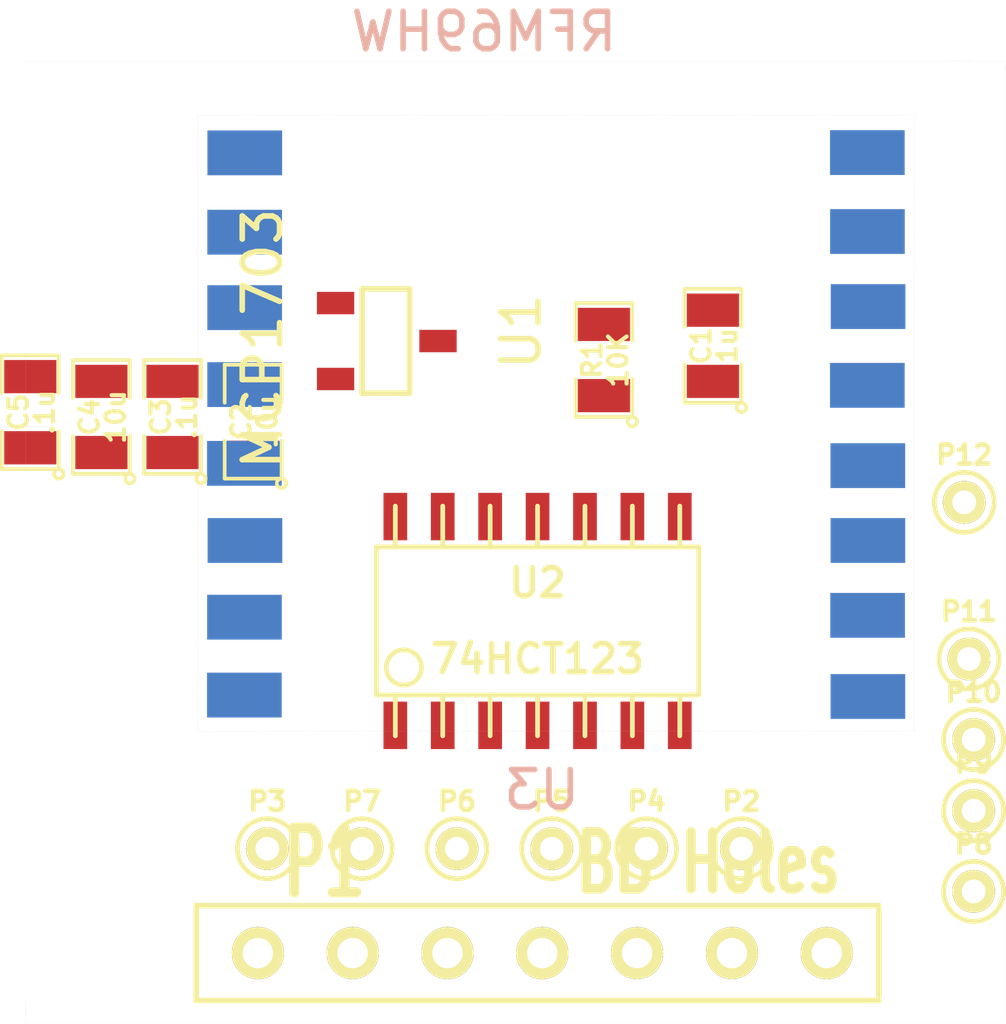
<source format=kicad_pcb>
(kicad_pcb (version 3) (host pcbnew "(2013-07-07 BZR 4022)-stable")

  (general
    (links 43)
    (no_connects 43)
    (area 80.01 138.684 106.426 164.592)
    (thickness 1.6)
    (drawings 10)
    (tracks 0)
    (zones 0)
    (modules 21)
    (nets 14)
  )

  (page USLetter)
  (title_block 
    (title "rfm69HW Breakout Board")
    (rev A)
  )

  (layers
    (15 F.Cu signal)
    (0 B.Cu signal)
    (16 B.Adhes user)
    (17 F.Adhes user)
    (18 B.Paste user)
    (19 F.Paste user)
    (20 B.SilkS user)
    (21 F.SilkS user)
    (22 B.Mask user)
    (23 F.Mask user)
    (24 Dwgs.User user)
    (25 Cmts.User user)
    (26 Eco1.User user)
    (27 Eco2.User user)
    (28 Edge.Cuts user)
  )

  (setup
    (last_trace_width 0.254)
    (trace_clearance 0.254)
    (zone_clearance 0.508)
    (zone_45_only no)
    (trace_min 0.254)
    (segment_width 0.2)
    (edge_width 0.0025)
    (via_size 0.889)
    (via_drill 0.635)
    (via_min_size 0.889)
    (via_min_drill 0.508)
    (uvia_size 0.508)
    (uvia_drill 0.127)
    (uvias_allowed no)
    (uvia_min_size 0.508)
    (uvia_min_drill 0.127)
    (pcb_text_width 0.3)
    (pcb_text_size 1.5 1.5)
    (mod_edge_width 0.0025)
    (mod_text_size 1 1)
    (mod_text_width 0.15)
    (pad_size 0.45 0.45)
    (pad_drill 0.2)
    (pad_to_mask_clearance 0)
    (aux_axis_origin 0 0)
    (visible_elements 7FFFFFFF)
    (pcbplotparams
      (layerselection 536838145)
      (usegerberextensions false)
      (excludeedgelayer true)
      (linewidth 0.150000)
      (plotframeref false)
      (viasonmask false)
      (mode 1)
      (useauxorigin false)
      (hpglpennumber 1)
      (hpglpenspeed 20)
      (hpglpendiameter 15)
      (hpglpenoverlay 2)
      (psnegative false)
      (psa4output false)
      (plotreference true)
      (plotvalue true)
      (plotothertext true)
      (plotinvisibletext false)
      (padsonsilk false)
      (subtractmaskfromsilk false)
      (outputformat 2)
      (mirror false)
      (drillshape 2)
      (scaleselection 1)
      (outputdirectory ../))
  )

  (net 0 "")
  (net 1 +3.3V)
  (net 2 +5V)
  (net 3 /ANA)
  (net 4 /CLK_3V3)
  (net 5 /CLK_5V)
  (net 6 /CS_3V3)
  (net 7 /CS_5V)
  (net 8 /INT)
  (net 9 /MISO)
  (net 10 /MISO_3V3)
  (net 11 /MOSI_3V3)
  (net 12 /MOSI_5V)
  (net 13 GND)

  (net_class Default "This is the default net class."
    (clearance 0.254)
    (trace_width 0.254)
    (via_dia 0.889)
    (via_drill 0.635)
    (uvia_dia 0.508)
    (uvia_drill 0.127)
    (add_net "")
    (add_net +3.3V)
    (add_net +5V)
    (add_net /ANA)
    (add_net /CLK_3V3)
    (add_net /CLK_5V)
    (add_net /CS_3V3)
    (add_net /CS_5V)
    (add_net /INT)
    (add_net /MISO)
    (add_net /MISO_3V3)
    (add_net /MOSI_3V3)
    (add_net /MOSI_5V)
    (add_net GND)
  )

  (module SOT-23A   placed (layer F.Cu) (tedit 530737A4) (tstamp 531A6477)
    (at 89.281 145.034 270)
    (path /5305AF64)
    (fp_text reference U1 (at 1.143 -4.2545 270) (layer F.SilkS)
      (effects (font (size 1 1) (thickness 0.15)))
    )
    (fp_text value MCP1703 (at 1.3335 2.667 270) (layer F.SilkS)
      (effects (font (size 1 1) (thickness 0.15)))
    )
    (fp_line (start 0 0) (end 2.794 0) (layer F.SilkS) (width 0.15))
    (fp_line (start 2.794 0) (end 2.794 -1.27) (layer F.SilkS) (width 0.15))
    (fp_line (start 2.794 -1.27) (end 0 -1.27) (layer F.SilkS) (width 0.15))
    (fp_line (start 0 -1.27) (end 0 0) (layer F.SilkS) (width 0.15))
    (pad 1 smd rect (at 0.381 0.7112 270) (size 0.6 1)
      (layers F.Cu F.Paste F.Mask)
      (net 13 GND)
    )
    (pad 2 smd rect (at 2.413 0.7112 270) (size 0.6 1)
      (layers F.Cu F.Paste F.Mask)
      (net 1 +3.3V)
    )
    (pad 3 smd rect (at 1.397 -2.032 270) (size 0.6 1)
      (layers F.Cu F.Paste F.Mask)
      (net 2 +5V)
    )
  )

  (module so-14   placed (layer F.Cu) (tedit 48A6BF8F) (tstamp 531A649C)
    (at 93.98 153.924)
    (descr SO-14)
    (path /5319DF28)
    (attr smd)
    (fp_text reference U2 (at 0 -1.016) (layer F.SilkS)
      (effects (font (size 0.7493 0.7493) (thickness 0.14986)))
    )
    (fp_text value 74HCT123 (at 0 1.016) (layer F.SilkS)
      (effects (font (size 0.7493 0.7493) (thickness 0.14986)))
    )
    (fp_line (start -4.318 -1.9812) (end -4.318 1.9812) (layer F.SilkS) (width 0.127))
    (fp_line (start -4.318 1.9812) (end 4.318 1.9812) (layer F.SilkS) (width 0.127))
    (fp_line (start 4.318 1.9812) (end 4.318 -1.9812) (layer F.SilkS) (width 0.127))
    (fp_line (start 4.318 -1.9812) (end -4.318 -1.9812) (layer F.SilkS) (width 0.127))
    (fp_line (start -2.54 -1.9812) (end -2.54 -3.0734) (layer F.SilkS) (width 0.127))
    (fp_line (start -1.27 -1.9812) (end -1.27 -3.0734) (layer F.SilkS) (width 0.127))
    (fp_line (start 0 -1.9812) (end 0 -3.0734) (layer F.SilkS) (width 0.127))
    (fp_line (start -3.81 -1.9812) (end -3.81 -3.0734) (layer F.SilkS) (width 0.127))
    (fp_line (start 1.27 -3.0734) (end 1.27 -1.9812) (layer F.SilkS) (width 0.127))
    (fp_line (start 2.54 -3.0734) (end 2.54 -1.9812) (layer F.SilkS) (width 0.127))
    (fp_line (start 3.81 -3.0734) (end 3.81 -1.9812) (layer F.SilkS) (width 0.127))
    (fp_line (start 3.81 1.9812) (end 3.81 3.0734) (layer F.SilkS) (width 0.127))
    (fp_line (start 2.54 1.9812) (end 2.54 3.0734) (layer F.SilkS) (width 0.127))
    (fp_line (start -3.81 1.9812) (end -3.81 3.0734) (layer F.SilkS) (width 0.127))
    (fp_line (start -2.54 3.0734) (end -2.54 1.9812) (layer F.SilkS) (width 0.127))
    (fp_line (start 1.27 3.0734) (end 1.27 1.9812) (layer F.SilkS) (width 0.127))
    (fp_line (start 0 3.0734) (end 0 1.9812) (layer F.SilkS) (width 0.127))
    (fp_line (start -1.27 3.0734) (end -1.27 1.9812) (layer F.SilkS) (width 0.127))
    (fp_circle (center -3.5814 1.2446) (end -3.8608 1.6256) (layer F.SilkS) (width 0.127))
    (pad 1 smd rect (at -3.81 2.794) (size 0.635 1.27)
      (layers F.Cu F.Paste F.Mask)
      (net 6 /CS_3V3)
    )
    (pad 2 smd rect (at -2.54 2.794) (size 0.635 1.27)
      (layers F.Cu F.Paste F.Mask)
      (net 9 /MISO)
    )
    (pad 3 smd rect (at -1.27 2.794) (size 0.635 1.27)
      (layers F.Cu F.Paste F.Mask)
      (net 10 /MISO_3V3)
    )
    (pad 4 smd rect (at 0 2.794) (size 0.635 1.27)
      (layers F.Cu F.Paste F.Mask)
      (net 7 /CS_5V)
    )
    (pad 5 smd rect (at 1.27 2.794) (size 0.635 1.27)
      (layers F.Cu F.Paste F.Mask)
      (net 12 /MOSI_5V)
    )
    (pad 6 smd rect (at 2.54 2.794) (size 0.635 1.27)
      (layers F.Cu F.Paste F.Mask)
      (net 11 /MOSI_3V3)
    )
    (pad 7 smd rect (at 3.81 2.794) (size 0.635 1.27)
      (layers F.Cu F.Paste F.Mask)
      (net 13 GND)
    )
    (pad 8 smd rect (at 3.81 -2.794) (size 0.635 1.27)
      (layers F.Cu F.Paste F.Mask)
      (net 6 /CS_3V3)
    )
    (pad 9 smd rect (at 2.54 -2.794) (size 0.635 1.27)
      (layers F.Cu F.Paste F.Mask)
      (net 7 /CS_5V)
    )
    (pad 10 smd rect (at 1.27 -2.794) (size 0.635 1.27)
      (layers F.Cu F.Paste F.Mask)
      (net 7 /CS_5V)
    )
    (pad 11 smd rect (at 0 -2.794) (size 0.635 1.27)
      (layers F.Cu F.Paste F.Mask)
      (net 4 /CLK_3V3)
    )
    (pad 12 smd rect (at -1.27 -2.794) (size 0.635 1.27)
      (layers F.Cu F.Paste F.Mask)
      (net 5 /CLK_5V)
    )
    (pad 13 smd rect (at -2.54 -2.794) (size 0.635 1.27)
      (layers F.Cu F.Paste F.Mask)
      (net 7 /CS_5V)
    )
    (pad 14 smd rect (at -3.81 -2.794) (size 0.635 1.27)
      (layers F.Cu F.Paste F.Mask)
      (net 1 +3.3V)
    )
    (model smd/smd_dil/so-14.wrl
      (at (xyz 0 0 0))
      (scale (xyz 1 1 1))
      (rotate (xyz 0 0 0))
    )
  )

  (module SM0805   placed (layer F.Cu) (tedit 5091495C) (tstamp 531A64A9)
    (at 98.679 146.558 90)
    (path /5305B226)
    (attr smd)
    (fp_text reference C1 (at 0 -0.3175 90) (layer F.SilkS)
      (effects (font (size 0.50038 0.50038) (thickness 0.10922)))
    )
    (fp_text value 1u (at 0 0.381 90) (layer F.SilkS)
      (effects (font (size 0.50038 0.50038) (thickness 0.10922)))
    )
    (fp_circle (center -1.651 0.762) (end -1.651 0.635) (layer F.SilkS) (width 0.09906))
    (fp_line (start -0.508 0.762) (end -1.524 0.762) (layer F.SilkS) (width 0.09906))
    (fp_line (start -1.524 0.762) (end -1.524 -0.762) (layer F.SilkS) (width 0.09906))
    (fp_line (start -1.524 -0.762) (end -0.508 -0.762) (layer F.SilkS) (width 0.09906))
    (fp_line (start 0.508 -0.762) (end 1.524 -0.762) (layer F.SilkS) (width 0.09906))
    (fp_line (start 1.524 -0.762) (end 1.524 0.762) (layer F.SilkS) (width 0.09906))
    (fp_line (start 1.524 0.762) (end 0.508 0.762) (layer F.SilkS) (width 0.09906))
    (pad 1 smd rect (at -0.9525 0 90) (size 0.889 1.397)
      (layers F.Cu F.Paste F.Mask)
      (net 2 +5V)
    )
    (pad 2 smd rect (at 0.9525 0 90) (size 0.889 1.397)
      (layers F.Cu F.Paste F.Mask)
      (net 13 GND)
    )
    (model smd/chip_cms.wrl
      (at (xyz 0 0 0))
      (scale (xyz 0.1 0.1 0.1))
      (rotate (xyz 0 0 0))
    )
  )

  (module SM0805   placed (layer F.Cu) (tedit 5091495C) (tstamp 531A64B6)
    (at 84.201 148.463 90)
    (path /5305B2B5)
    (attr smd)
    (fp_text reference C3 (at 0 -0.3175 90) (layer F.SilkS)
      (effects (font (size 0.50038 0.50038) (thickness 0.10922)))
    )
    (fp_text value .1u (at 0 0.381 90) (layer F.SilkS)
      (effects (font (size 0.50038 0.50038) (thickness 0.10922)))
    )
    (fp_circle (center -1.651 0.762) (end -1.651 0.635) (layer F.SilkS) (width 0.09906))
    (fp_line (start -0.508 0.762) (end -1.524 0.762) (layer F.SilkS) (width 0.09906))
    (fp_line (start -1.524 0.762) (end -1.524 -0.762) (layer F.SilkS) (width 0.09906))
    (fp_line (start -1.524 -0.762) (end -0.508 -0.762) (layer F.SilkS) (width 0.09906))
    (fp_line (start 0.508 -0.762) (end 1.524 -0.762) (layer F.SilkS) (width 0.09906))
    (fp_line (start 1.524 -0.762) (end 1.524 0.762) (layer F.SilkS) (width 0.09906))
    (fp_line (start 1.524 0.762) (end 0.508 0.762) (layer F.SilkS) (width 0.09906))
    (pad 1 smd rect (at -0.9525 0 90) (size 0.889 1.397)
      (layers F.Cu F.Paste F.Mask)
      (net 1 +3.3V)
    )
    (pad 2 smd rect (at 0.9525 0 90) (size 0.889 1.397)
      (layers F.Cu F.Paste F.Mask)
      (net 13 GND)
    )
    (model smd/chip_cms.wrl
      (at (xyz 0 0 0))
      (scale (xyz 0.1 0.1 0.1))
      (rotate (xyz 0 0 0))
    )
  )

  (module SM0805   placed (layer F.Cu) (tedit 5091495C) (tstamp 531A64C3)
    (at 95.758 146.939 90)
    (path /530DCC1C)
    (attr smd)
    (fp_text reference R1 (at 0 -0.3175 90) (layer F.SilkS)
      (effects (font (size 0.50038 0.50038) (thickness 0.10922)))
    )
    (fp_text value 10K (at 0 0.381 90) (layer F.SilkS)
      (effects (font (size 0.50038 0.50038) (thickness 0.10922)))
    )
    (fp_circle (center -1.651 0.762) (end -1.651 0.635) (layer F.SilkS) (width 0.09906))
    (fp_line (start -0.508 0.762) (end -1.524 0.762) (layer F.SilkS) (width 0.09906))
    (fp_line (start -1.524 0.762) (end -1.524 -0.762) (layer F.SilkS) (width 0.09906))
    (fp_line (start -1.524 -0.762) (end -0.508 -0.762) (layer F.SilkS) (width 0.09906))
    (fp_line (start 0.508 -0.762) (end 1.524 -0.762) (layer F.SilkS) (width 0.09906))
    (fp_line (start 1.524 -0.762) (end 1.524 0.762) (layer F.SilkS) (width 0.09906))
    (fp_line (start 1.524 0.762) (end 0.508 0.762) (layer F.SilkS) (width 0.09906))
    (pad 1 smd rect (at -0.9525 0 90) (size 0.889 1.397)
      (layers F.Cu F.Paste F.Mask)
      (net 7 /CS_5V)
    )
    (pad 2 smd rect (at 0.9525 0 90) (size 0.889 1.397)
      (layers F.Cu F.Paste F.Mask)
      (net 2 +5V)
    )
    (model smd/chip_cms.wrl
      (at (xyz 0 0 0))
      (scale (xyz 0.1 0.1 0.1))
      (rotate (xyz 0 0 0))
    )
  )

  (module SM0805   placed (layer F.Cu) (tedit 5091495C) (tstamp 531A64D0)
    (at 80.391 148.336 90)
    (path /530DFF22)
    (attr smd)
    (fp_text reference C5 (at 0 -0.3175 90) (layer F.SilkS)
      (effects (font (size 0.50038 0.50038) (thickness 0.10922)))
    )
    (fp_text value .1u (at 0 0.381 90) (layer F.SilkS)
      (effects (font (size 0.50038 0.50038) (thickness 0.10922)))
    )
    (fp_circle (center -1.651 0.762) (end -1.651 0.635) (layer F.SilkS) (width 0.09906))
    (fp_line (start -0.508 0.762) (end -1.524 0.762) (layer F.SilkS) (width 0.09906))
    (fp_line (start -1.524 0.762) (end -1.524 -0.762) (layer F.SilkS) (width 0.09906))
    (fp_line (start -1.524 -0.762) (end -0.508 -0.762) (layer F.SilkS) (width 0.09906))
    (fp_line (start 0.508 -0.762) (end 1.524 -0.762) (layer F.SilkS) (width 0.09906))
    (fp_line (start 1.524 -0.762) (end 1.524 0.762) (layer F.SilkS) (width 0.09906))
    (fp_line (start 1.524 0.762) (end 0.508 0.762) (layer F.SilkS) (width 0.09906))
    (pad 1 smd rect (at -0.9525 0 90) (size 0.889 1.397)
      (layers F.Cu F.Paste F.Mask)
      (net 1 +3.3V)
    )
    (pad 2 smd rect (at 0.9525 0 90) (size 0.889 1.397)
      (layers F.Cu F.Paste F.Mask)
      (net 13 GND)
    )
    (model smd/chip_cms.wrl
      (at (xyz 0 0 0))
      (scale (xyz 0.1 0.1 0.1))
      (rotate (xyz 0 0 0))
    )
  )

  (module SM0805   placed (layer F.Cu) (tedit 5091495C) (tstamp 531A64DD)
    (at 82.296 148.463 90)
    (path /5315070F)
    (attr smd)
    (fp_text reference C4 (at 0 -0.3175 90) (layer F.SilkS)
      (effects (font (size 0.50038 0.50038) (thickness 0.10922)))
    )
    (fp_text value 10u (at 0 0.381 90) (layer F.SilkS)
      (effects (font (size 0.50038 0.50038) (thickness 0.10922)))
    )
    (fp_circle (center -1.651 0.762) (end -1.651 0.635) (layer F.SilkS) (width 0.09906))
    (fp_line (start -0.508 0.762) (end -1.524 0.762) (layer F.SilkS) (width 0.09906))
    (fp_line (start -1.524 0.762) (end -1.524 -0.762) (layer F.SilkS) (width 0.09906))
    (fp_line (start -1.524 -0.762) (end -0.508 -0.762) (layer F.SilkS) (width 0.09906))
    (fp_line (start 0.508 -0.762) (end 1.524 -0.762) (layer F.SilkS) (width 0.09906))
    (fp_line (start 1.524 -0.762) (end 1.524 0.762) (layer F.SilkS) (width 0.09906))
    (fp_line (start 1.524 0.762) (end 0.508 0.762) (layer F.SilkS) (width 0.09906))
    (pad 1 smd rect (at -0.9525 0 90) (size 0.889 1.397)
      (layers F.Cu F.Paste F.Mask)
      (net 1 +3.3V)
    )
    (pad 2 smd rect (at 0.9525 0 90) (size 0.889 1.397)
      (layers F.Cu F.Paste F.Mask)
      (net 13 GND)
    )
    (model smd/chip_cms.wrl
      (at (xyz 0 0 0))
      (scale (xyz 0.1 0.1 0.1))
      (rotate (xyz 0 0 0))
    )
  )

  (module SM0805   placed (layer F.Cu) (tedit 5091495C) (tstamp 531A64EA)
    (at 86.36 148.59 90)
    (path /531506ED)
    (attr smd)
    (fp_text reference C2 (at 0 -0.3175 90) (layer F.SilkS)
      (effects (font (size 0.50038 0.50038) (thickness 0.10922)))
    )
    (fp_text value 10u (at 0 0.381 90) (layer F.SilkS)
      (effects (font (size 0.50038 0.50038) (thickness 0.10922)))
    )
    (fp_circle (center -1.651 0.762) (end -1.651 0.635) (layer F.SilkS) (width 0.09906))
    (fp_line (start -0.508 0.762) (end -1.524 0.762) (layer F.SilkS) (width 0.09906))
    (fp_line (start -1.524 0.762) (end -1.524 -0.762) (layer F.SilkS) (width 0.09906))
    (fp_line (start -1.524 -0.762) (end -0.508 -0.762) (layer F.SilkS) (width 0.09906))
    (fp_line (start 0.508 -0.762) (end 1.524 -0.762) (layer F.SilkS) (width 0.09906))
    (fp_line (start 1.524 -0.762) (end 1.524 0.762) (layer F.SilkS) (width 0.09906))
    (fp_line (start 1.524 0.762) (end 0.508 0.762) (layer F.SilkS) (width 0.09906))
    (pad 1 smd rect (at -0.9525 0 90) (size 0.889 1.397)
      (layers F.Cu F.Paste F.Mask)
      (net 1 +3.3V)
    )
    (pad 2 smd rect (at 0.9525 0 90) (size 0.889 1.397)
      (layers F.Cu F.Paste F.Mask)
      (net 13 GND)
    )
    (model smd/chip_cms.wrl
      (at (xyz 0 0 0))
      (scale (xyz 0.1 0.1 0.1))
      (rotate (xyz 0 0 0))
    )
  )

  (module RFM69HW   placed (layer B.Cu) (tedit 531109B9) (tstamp 531A6503)
    (at 94.107 147.701)
    (path /530CA97F)
    (fp_text reference U3 (at -0.0127 10.7442) (layer B.SilkS)
      (effects (font (size 1 1) (thickness 0.15)) (justify mirror))
    )
    (fp_text value RFM69HW (at -1.5621 -9.5504) (layer B.SilkS)
      (effects (font (size 1 1) (thickness 0.15)) (justify mirror))
    )
    (fp_line (start -9.23798 9.1821) (end 9.9695 9.1694) (layer B.SilkS) (width 0.0025))
    (fp_line (start -9.23798 9.05256) (end -9.23798 9.1821) (layer B.SilkS) (width 0.0025))
    (fp_line (start 9.97458 -7.3152) (end 9.97204 9.18718) (layer B.SilkS) (width 0.0025))
    (fp_line (start -9.23798 9.06018) (end -9.2329 -7.2898) (layer B.SilkS) (width 0.0025))
    (fp_line (start -9.22782 -7.30758) (end 9.97458 -7.3152) (layer B.SilkS) (width 0.0025))
    (pad 1 smd rect (at -7.98068 8.20674) (size 2 1.2)
      (layers B.Cu B.Paste B.Mask)
    )
    (pad 2 smd rect (at -7.97814 6.1214) (size 2 1.2)
      (layers B.Cu B.Paste B.Mask)
      (net 8 /INT)
    )
    (pad 3 smd rect (at -7.96544 4.06908) (size 2 1.2)
      (layers B.Cu B.Paste B.Mask)
    )
    (pad 4 smd rect (at -7.98068 2.00406) (size 2 1.2)
      (layers B.Cu B.Paste B.Mask)
    )
    (pad 5 smd rect (at -7.97306 -0.10414) (size 2 1.2)
      (layers B.Cu B.Paste B.Mask)
    )
    (pad 6 smd rect (at -7.97306 -2.16408) (size 2 1.2)
      (layers B.Cu B.Paste B.Mask)
    )
    (pad 7 smd rect (at -7.97306 -4.18338) (size 2 1.2)
      (layers B.Cu B.Paste B.Mask)
    )
    (pad 8 smd rect (at -7.97052 -6.30682) (size 2 1.2)
      (layers B.Cu B.Paste B.Mask)
      (net 1 +3.3V)
    )
    (pad 9 smd rect (at 8.70712 -6.31444) (size 2 1.2)
      (layers B.Cu B.Paste B.Mask)
      (net 13 GND)
    )
    (pad 10 smd rect (at 8.70966 -4.20116) (size 2 1.2)
      (layers B.Cu B.Paste B.Mask)
      (net 3 /ANA)
    )
    (pad 11 smd rect (at 8.72744 -2.19202) (size 2 1.2)
      (layers B.Cu B.Paste B.Mask)
      (net 13 GND)
    )
    (pad 12 smd rect (at 8.70712 -0.08382) (size 2 1.2)
      (layers B.Cu B.Paste B.Mask)
      (net 4 /CLK_3V3)
    )
    (pad 13 smd rect (at 8.71982 2.06502) (size 2 1.2)
      (layers B.Cu B.Paste B.Mask)
      (net 10 /MISO_3V3)
    )
    (pad 14 smd rect (at 8.72236 4.06908) (size 2 1.2)
      (layers B.Cu B.Paste B.Mask)
      (net 11 /MOSI_3V3)
    )
    (pad 15 smd rect (at 8.71474 6.07314) (size 2 1.2)
      (layers B.Cu B.Paste B.Mask)
      (net 6 /CS_3V3)
    )
    (pad 16 smd rect (at 8.72236 8.24484) (size 2 1.2)
      (layers B.Cu B.Paste B.Mask)
    )
  )

  (module PINTST   placed (layer F.Cu) (tedit 3D649DF9) (tstamp 531A6509)
    (at 89.281 160.02)
    (descr "module 1 pin (ou trou mecanique de percage)")
    (tags DEV)
    (path /5314E61A)
    (fp_text reference P7 (at 0 -1.26746) (layer F.SilkS)
      (effects (font (size 0.508 0.508) (thickness 0.127)))
    )
    (fp_text value TST (at 0 1.27) (layer F.SilkS) hide
      (effects (font (size 0.508 0.508) (thickness 0.127)))
    )
    (fp_circle (center 0 0) (end -0.254 -0.762) (layer F.SilkS) (width 0.127))
    (pad 1 thru_hole circle (at 0 0) (size 1.143 1.143) (drill 0.635)
      (layers *.Cu *.Mask F.SilkS)
      (net 7 /CS_5V)
    )
    (model pin_array/pin_array_1x1.wrl
      (at (xyz 0 0 0))
      (scale (xyz 1 1 1))
      (rotate (xyz 0 0 0))
    )
  )

  (module PINTST   placed (layer F.Cu) (tedit 3D649DF9) (tstamp 531A650F)
    (at 105.537 154.94)
    (descr "module 1 pin (ou trou mecanique de percage)")
    (tags DEV)
    (path /5319E822)
    (fp_text reference P11 (at 0 -1.26746) (layer F.SilkS)
      (effects (font (size 0.508 0.508) (thickness 0.127)))
    )
    (fp_text value TST (at 0 1.27) (layer F.SilkS) hide
      (effects (font (size 0.508 0.508) (thickness 0.127)))
    )
    (fp_circle (center 0 0) (end -0.254 -0.762) (layer F.SilkS) (width 0.127))
    (pad 1 thru_hole circle (at 0 0) (size 1.143 1.143) (drill 0.635)
      (layers *.Cu *.Mask F.SilkS)
      (net 4 /CLK_3V3)
    )
    (model pin_array/pin_array_1x1.wrl
      (at (xyz 0 0 0))
      (scale (xyz 1 1 1))
      (rotate (xyz 0 0 0))
    )
  )

  (module PINTST   placed (layer F.Cu) (tedit 3D649DF9) (tstamp 531A6515)
    (at 105.41 150.749)
    (descr "module 1 pin (ou trou mecanique de percage)")
    (tags DEV)
    (path /5319E253)
    (fp_text reference P12 (at 0 -1.26746) (layer F.SilkS)
      (effects (font (size 0.508 0.508) (thickness 0.127)))
    )
    (fp_text value TST (at 0 1.27) (layer F.SilkS) hide
      (effects (font (size 0.508 0.508) (thickness 0.127)))
    )
    (fp_circle (center 0 0) (end -0.254 -0.762) (layer F.SilkS) (width 0.127))
    (pad 1 thru_hole circle (at 0 0) (size 1.143 1.143) (drill 0.635)
      (layers *.Cu *.Mask F.SilkS)
      (net 3 /ANA)
    )
    (model pin_array/pin_array_1x1.wrl
      (at (xyz 0 0 0))
      (scale (xyz 1 1 1))
      (rotate (xyz 0 0 0))
    )
  )

  (module PINTST   placed (layer F.Cu) (tedit 3D649DF9) (tstamp 531A651B)
    (at 105.664 159.004)
    (descr "module 1 pin (ou trou mecanique de percage)")
    (tags DEV)
    (path /5314EE29)
    (fp_text reference P9 (at 0 -1.26746) (layer F.SilkS)
      (effects (font (size 0.508 0.508) (thickness 0.127)))
    )
    (fp_text value TST (at 0 1.27) (layer F.SilkS) hide
      (effects (font (size 0.508 0.508) (thickness 0.127)))
    )
    (fp_circle (center 0 0) (end -0.254 -0.762) (layer F.SilkS) (width 0.127))
    (pad 1 thru_hole circle (at 0 0) (size 1.143 1.143) (drill 0.635)
      (layers *.Cu *.Mask F.SilkS)
      (net 11 /MOSI_3V3)
    )
    (model pin_array/pin_array_1x1.wrl
      (at (xyz 0 0 0))
      (scale (xyz 1 1 1))
      (rotate (xyz 0 0 0))
    )
  )

  (module PINTST   placed (layer F.Cu) (tedit 3D649DF9) (tstamp 531A6521)
    (at 105.664 161.163)
    (descr "module 1 pin (ou trou mecanique de percage)")
    (tags DEV)
    (path /5314ED90)
    (fp_text reference P8 (at 0 -1.26746) (layer F.SilkS)
      (effects (font (size 0.508 0.508) (thickness 0.127)))
    )
    (fp_text value TST (at 0 1.27) (layer F.SilkS) hide
      (effects (font (size 0.508 0.508) (thickness 0.127)))
    )
    (fp_circle (center 0 0) (end -0.254 -0.762) (layer F.SilkS) (width 0.127))
    (pad 1 thru_hole circle (at 0 0) (size 1.143 1.143) (drill 0.635)
      (layers *.Cu *.Mask F.SilkS)
      (net 6 /CS_3V3)
    )
    (model pin_array/pin_array_1x1.wrl
      (at (xyz 0 0 0))
      (scale (xyz 1 1 1))
      (rotate (xyz 0 0 0))
    )
  )

  (module PINTST   placed (layer F.Cu) (tedit 3D649DF9) (tstamp 531A6527)
    (at 105.664 157.099)
    (descr "module 1 pin (ou trou mecanique de percage)")
    (tags DEV)
    (path /5314EC8D)
    (fp_text reference P10 (at 0 -1.26746) (layer F.SilkS)
      (effects (font (size 0.508 0.508) (thickness 0.127)))
    )
    (fp_text value TST (at 0 1.27) (layer F.SilkS) hide
      (effects (font (size 0.508 0.508) (thickness 0.127)))
    )
    (fp_circle (center 0 0) (end -0.254 -0.762) (layer F.SilkS) (width 0.127))
    (pad 1 thru_hole circle (at 0 0) (size 1.143 1.143) (drill 0.635)
      (layers *.Cu *.Mask F.SilkS)
      (net 10 /MISO_3V3)
    )
    (model pin_array/pin_array_1x1.wrl
      (at (xyz 0 0 0))
      (scale (xyz 1 1 1))
      (rotate (xyz 0 0 0))
    )
  )

  (module PINTST   placed (layer F.Cu) (tedit 3D649DF9) (tstamp 531A652D)
    (at 86.741 160.02)
    (descr "module 1 pin (ou trou mecanique de percage)")
    (tags DEV)
    (path /5314EAFA)
    (fp_text reference P3 (at 0 -1.26746) (layer F.SilkS)
      (effects (font (size 0.508 0.508) (thickness 0.127)))
    )
    (fp_text value TST (at 0 1.27) (layer F.SilkS) hide
      (effects (font (size 0.508 0.508) (thickness 0.127)))
    )
    (fp_circle (center 0 0) (end -0.254 -0.762) (layer F.SilkS) (width 0.127))
    (pad 1 thru_hole circle (at 0 0) (size 1.143 1.143) (drill 0.635)
      (layers *.Cu *.Mask F.SilkS)
      (net 8 /INT)
    )
    (model pin_array/pin_array_1x1.wrl
      (at (xyz 0 0 0))
      (scale (xyz 1 1 1))
      (rotate (xyz 0 0 0))
    )
  )

  (module PINTST   placed (layer F.Cu) (tedit 3D649DF9) (tstamp 531A6533)
    (at 99.441 160.02)
    (descr "module 1 pin (ou trou mecanique de percage)")
    (tags DEV)
    (path /5314EAED)
    (fp_text reference P2 (at 0 -1.26746) (layer F.SilkS)
      (effects (font (size 0.508 0.508) (thickness 0.127)))
    )
    (fp_text value TST (at 0 1.27) (layer F.SilkS) hide
      (effects (font (size 0.508 0.508) (thickness 0.127)))
    )
    (fp_circle (center 0 0) (end -0.254 -0.762) (layer F.SilkS) (width 0.127))
    (pad 1 thru_hole circle (at 0 0) (size 1.143 1.143) (drill 0.635)
      (layers *.Cu *.Mask F.SilkS)
      (net 13 GND)
    )
    (model pin_array/pin_array_1x1.wrl
      (at (xyz 0 0 0))
      (scale (xyz 1 1 1))
      (rotate (xyz 0 0 0))
    )
  )

  (module PINTST   placed (layer F.Cu) (tedit 3D649DF9) (tstamp 531A6539)
    (at 91.821 160.02)
    (descr "module 1 pin (ou trou mecanique de percage)")
    (tags DEV)
    (path /5314E614)
    (fp_text reference P6 (at 0 -1.26746) (layer F.SilkS)
      (effects (font (size 0.508 0.508) (thickness 0.127)))
    )
    (fp_text value TST (at 0 1.27) (layer F.SilkS) hide
      (effects (font (size 0.508 0.508) (thickness 0.127)))
    )
    (fp_circle (center 0 0) (end -0.254 -0.762) (layer F.SilkS) (width 0.127))
    (pad 1 thru_hole circle (at 0 0) (size 1.143 1.143) (drill 0.635)
      (layers *.Cu *.Mask F.SilkS)
      (net 12 /MOSI_5V)
    )
    (model pin_array/pin_array_1x1.wrl
      (at (xyz 0 0 0))
      (scale (xyz 1 1 1))
      (rotate (xyz 0 0 0))
    )
  )

  (module PINTST   placed (layer F.Cu) (tedit 3D649DF9) (tstamp 531A653F)
    (at 94.361 160.02)
    (descr "module 1 pin (ou trou mecanique de percage)")
    (tags DEV)
    (path /5314E60E)
    (fp_text reference P5 (at 0 -1.26746) (layer F.SilkS)
      (effects (font (size 0.508 0.508) (thickness 0.127)))
    )
    (fp_text value TST (at 0 1.27) (layer F.SilkS) hide
      (effects (font (size 0.508 0.508) (thickness 0.127)))
    )
    (fp_circle (center 0 0) (end -0.254 -0.762) (layer F.SilkS) (width 0.127))
    (pad 1 thru_hole circle (at 0 0) (size 1.143 1.143) (drill 0.635)
      (layers *.Cu *.Mask F.SilkS)
      (net 9 /MISO)
    )
    (model pin_array/pin_array_1x1.wrl
      (at (xyz 0 0 0))
      (scale (xyz 1 1 1))
      (rotate (xyz 0 0 0))
    )
  )

  (module PINTST   placed (layer F.Cu) (tedit 3D649DF9) (tstamp 531A6545)
    (at 96.901 160.02)
    (descr "module 1 pin (ou trou mecanique de percage)")
    (tags DEV)
    (path /5314E601)
    (fp_text reference P4 (at 0 -1.26746) (layer F.SilkS)
      (effects (font (size 0.508 0.508) (thickness 0.127)))
    )
    (fp_text value TST (at 0 1.27) (layer F.SilkS) hide
      (effects (font (size 0.508 0.508) (thickness 0.127)))
    )
    (fp_circle (center 0 0) (end -0.254 -0.762) (layer F.SilkS) (width 0.127))
    (pad 1 thru_hole circle (at 0 0) (size 1.143 1.143) (drill 0.635)
      (layers *.Cu *.Mask F.SilkS)
      (net 5 /CLK_5V)
    )
    (model pin_array/pin_array_1x1.wrl
      (at (xyz 0 0 0))
      (scale (xyz 1 1 1))
      (rotate (xyz 0 0 0))
    )
  )

  (module 7_PINS   placed (layer F.Cu) (tedit 530691B5) (tstamp 531A6555)
    (at 92.837 162.814)
    (descr "Connecteur 8 pins")
    (tags "Breadboard pins")
    (path /5300A048)
    (fp_text reference P1 (at -4.572 -2.413) (layer F.SilkS)
      (effects (font (size 1.72974 1.08712) (thickness 0.27178)))
    )
    (fp_text value "BB Holes" (at 5.715 -2.413) (layer F.SilkS)
      (effects (font (size 1.524 1.016) (thickness 0.254)))
    )
    (fp_line (start -8.001 -1.27) (end 10.287 -1.27) (layer F.SilkS) (width 0.15))
    (fp_line (start 10.287 1.27) (end 10.033 1.27) (layer F.SilkS) (width 0.15))
    (fp_line (start -8.001 1.27) (end 10.287 1.27) (layer F.SilkS) (width 0.15))
    (fp_line (start 10.287 -1.143) (end 10.287 1.143) (layer F.SilkS) (width 0.15))
    (fp_line (start -8.001 -1.27) (end -8.001 1.27) (layer F.SilkS) (width 0.15))
    (pad 7 thru_hole circle (at -6.35 0) (size 1.397 1.397) (drill 0.8128)
      (layers *.Cu *.Mask F.SilkS)
      (net 8 /INT)
    )
    (pad 6 thru_hole circle (at -3.81 0) (size 1.397 1.397) (drill 0.8128)
      (layers *.Cu *.Mask F.SilkS)
      (net 7 /CS_5V)
    )
    (pad 5 thru_hole circle (at -1.27 0) (size 1.397 1.397) (drill 0.8128)
      (layers *.Cu *.Mask F.SilkS)
      (net 12 /MOSI_5V)
    )
    (pad 4 thru_hole circle (at 1.27 0) (size 1.397 1.397) (drill 0.8128)
      (layers *.Cu *.Mask F.SilkS)
      (net 9 /MISO)
    )
    (pad 3 thru_hole circle (at 3.81 0) (size 1.397 1.397) (drill 0.8128)
      (layers *.Cu *.Mask F.SilkS)
      (net 5 /CLK_5V)
    )
    (pad 2 thru_hole circle (at 6.35 0) (size 1.397 1.397) (drill 0.8128)
      (layers *.Cu *.Mask F.SilkS)
      (net 13 GND)
    )
    (pad 1 thru_hole circle (at 8.89 0) (size 1.397 1.397) (drill 0.8128)
      (layers *.Cu *.Mask F.SilkS)
      (net 2 +5V)
    )
  )

  (gr_line (start 105.52938 138.938) (end 105.6005 138.938) (angle 90) (layer Edge.Cuts) (width 0.0025))
  (gr_line (start 105.49636 138.938) (end 105.58018 138.938) (angle 90) (layer Edge.Cuts) (width 0.0025))
  (gr_line (start 106.5022 139.192) (end 106.5022 138.938) (angle 90) (layer Edge.Cuts) (width 0.0025))
  (gr_line (start 105.537 138.938) (end 106.5022 138.938) (angle 90) (layer Edge.Cuts) (width 0.0025))
  (gr_line (start 106.5022 164.70884) (end 106.5022 139.0396) (angle 90) (layer Edge.Cuts) (width 0.0025))
  (gr_line (start 80.264 164.70884) (end 106.5022 164.70884) (angle 90) (layer Edge.Cuts) (width 0.0025))
  (gr_line (start 105.4989 138.938) (end 104.9274 138.938) (angle 90) (layer Edge.Cuts) (width 0.0025))
  (gr_line (start 80.264 138.938) (end 105.4989 138.938) (angle 90) (layer Edge.Cuts) (width 0.0025))
  (gr_line (start 80.264 164.211) (end 80.264 164.719) (angle 90) (layer Edge.Cuts) (width 0.0025))
  (gr_line (start 80.264 138.938) (end 80.264 164.465) (angle 90) (layer Edge.Cuts) (width 0.0025))

)

</source>
